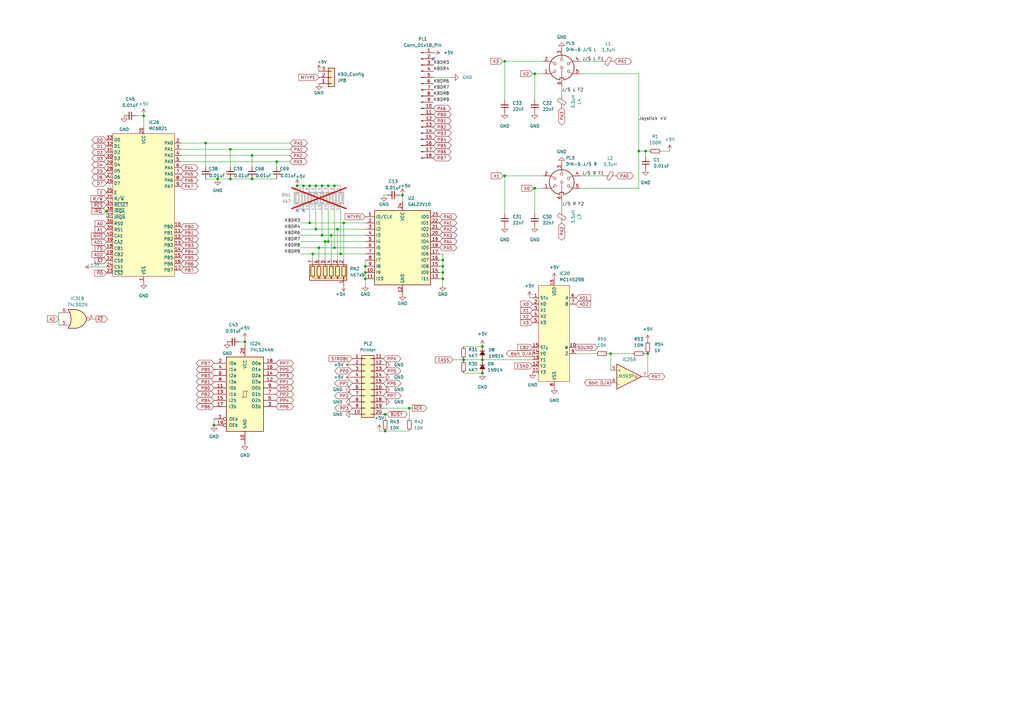
<source format=kicad_sch>
(kicad_sch (version 20250114) (generator "eeschema") (generator_version "9.0")
  (paper "A3")
  (title_block (date "2023-05-25") (rev "3.0") (comment 2 "Reposition dram and buffer"))
  (junction (at 135.89 96.52))
  (junction (at 89.281 73.406))
  (junction (at 132.08 96.52))
  (junction (at 58.928 47.498))
  (junction (at 87.757 174.371))
  (junction (at 94.488 61.214))
  (junction (at 181.61 111.76))
  (junction (at 265.684 145.034))
  (junction (at 140.97 91.44))
  (junction (at 113.538 66.294))
  (junction (at 167.894 167.386))
  (junction (at 139.7 104.14))
  (junction (at 181.61 114.3))
  (junction (at 264.795 61.976))
  (junction (at 190.119 147.574))
  (junction (at 219.329 30.226))
  (junction (at 130.81 101.6))
  (junction (at 124.46 76.2))
  (junction (at 43.688 86.614))
  (junction (at 197.866 153.035))
  (junction (at 207.01 25.146))
  (junction (at 133.35 99.06))
  (junction (at 134.62 76.2))
  (junction (at 137.16 101.6))
  (junction (at 127 91.44))
  (junction (at 157.988 169.926))
  (junction (at 149.86 109.22))
  (junction (at 128.27 104.14))
  (junction (at 181.61 106.68))
  (junction (at 197.866 147.574))
  (junction (at 129.54 76.2))
  (junction (at 103.378 73.406))
  (junction (at 181.61 109.22))
  (junction (at 165.1 80.01))
  (junction (at 197.866 142.113))
  (junction (at 262.001 61.976))
  (junction (at 121.92 76.2))
  (junction (at 103.378 63.754))
  (junction (at 157.988 176.784))
  (junction (at 149.86 114.3))
  (junction (at 132.08 76.2))
  (junction (at 138.43 93.98))
  (junction (at 127 76.2))
  (junction (at 84.328 58.674))
  (junction (at 137.16 76.2))
  (junction (at 100.457 140.208))
  (junction (at 149.86 111.76))
  (junction (at 94.488 73.406))
  (junction (at 219.329 77.216))
  (junction (at 250.444 145.034))
  (junction (at 134.62 99.06))
  (junction (at 207.01 72.136))
  (junction (at 129.54 93.98))
  (no_connect (at 121.92 86.36))
  (no_connect (at 177.8 24.13))
  (no_connect (at 124.46 86.36))
  (wire (pts (xy 103.378 73.406) (xy 113.538 73.406)))
  (wire (pts (xy 133.35 99.06) (xy 134.62 99.06)))
  (wire (pts (xy 190.119 147.193) (xy 190.119 147.574)))
  (wire (pts (xy 190.119 153.035) (xy 197.866 153.035)))
  (wire (pts (xy 163.83 80.01) (xy 165.1 80.01)))
  (wire (pts (xy 132.08 86.36) (xy 132.08 96.52)))
  (wire (pts (xy 264.795 64.262) (xy 264.795 61.976)))
  (wire (pts (xy 140.97 106.68) (xy 140.97 91.44)))
  (wire (pts (xy 138.43 106.68) (xy 138.43 93.98)))
  (wire (pts (xy 180.34 104.14) (xy 181.61 104.14)))
  (wire (pts (xy 74.168 61.214) (xy 94.488 61.214)))
  (wire (pts (xy 129.54 93.98) (xy 138.43 93.98)))
  (wire (pts (xy 87.757 171.831) (xy 87.757 174.371)))
  (wire (pts (xy 264.541 145.034) (xy 265.684 145.034)))
  (wire (pts (xy 157.988 169.926) (xy 157.226 169.926)))
  (wire (pts (xy 137.16 101.6) (xy 149.86 101.6)))
  (wire (pts (xy 185.42 31.75) (xy 177.8 31.75)))
  (wire (pts (xy 190.119 147.574) (xy 190.119 147.955)))
  (wire (pts (xy 206.121 25.146) (xy 207.01 25.146)))
  (wire (pts (xy 264.795 61.976) (xy 266.192 61.976)))
  (wire (pts (xy 218.821 77.216) (xy 219.329 77.216)))
  (wire (pts (xy 130.81 101.6) (xy 137.16 101.6)))
  (wire (pts (xy 137.16 86.36) (xy 137.16 101.6)))
  (wire (pts (xy 133.35 106.68) (xy 133.35 99.06)))
  (wire (pts (xy 127 91.44) (xy 140.97 91.44)))
  (wire (pts (xy 137.16 76.2) (xy 139.7 76.2)))
  (wire (pts (xy 181.61 111.76) (xy 181.61 114.3)))
  (wire (pts (xy 197.866 147.955) (xy 197.866 147.574)))
  (wire (pts (xy 123.19 93.98) (xy 129.54 93.98)))
  (wire (pts (xy 165.1 80.01) (xy 165.1 82.55)))
  (wire (pts (xy 139.7 86.36) (xy 139.7 104.14)))
  (wire (pts (xy 237.998 30.226) (xy 262.001 30.226)))
  (wire (pts (xy 157.988 176.784) (xy 167.894 176.784)))
  (wire (pts (xy 103.378 63.754) (xy 103.378 68.326)))
  (wire (pts (xy 89.281 73.406) (xy 94.488 73.406)))
  (wire (pts (xy 123.19 104.14) (xy 128.27 104.14)))
  (wire (pts (xy 250.444 145.034) (xy 249.428 145.034)))
  (wire (pts (xy 113.538 66.294) (xy 74.168 66.294)))
  (wire (pts (xy 207.01 25.146) (xy 207.01 41.021)))
  (wire (pts (xy 197.866 153.162) (xy 197.866 153.035)))
  (wire (pts (xy 207.01 72.136) (xy 222.758 72.136)))
  (wire (pts (xy 123.19 99.06) (xy 133.35 99.06)))
  (wire (pts (xy 265.684 145.034) (xy 265.684 154.432)))
  (wire (pts (xy 134.62 76.2) (xy 137.16 76.2)))
  (wire (pts (xy 181.61 109.22) (xy 181.61 111.76)))
  (wire (pts (xy 113.538 66.294) (xy 113.538 68.326)))
  (wire (pts (xy 219.329 77.216) (xy 222.758 77.216)))
  (wire (pts (xy 219.329 30.226) (xy 219.329 41.021)))
  (wire (pts (xy 118.872 66.294) (xy 113.538 66.294)))
  (wire (pts (xy 140.97 91.44) (xy 149.86 91.44)))
  (wire (pts (xy 37.7337 109.4686) (xy 43.688 109.474)))
  (wire (pts (xy 259.461 145.034) (xy 250.444 145.034)))
  (wire (pts (xy 58.928 47.498) (xy 58.928 52.324)))
  (wire (pts (xy 180.34 106.68) (xy 181.61 106.68)))
  (wire (pts (xy 207.01 25.146) (xy 222.758 25.146)))
  (wire (pts (xy 167.894 167.386) (xy 167.894 171.704)))
  (wire (pts (xy 207.01 72.136) (xy 207.01 87.63)))
  (wire (pts (xy 94.488 73.406) (xy 103.378 73.406)))
  (wire (pts (xy 56.007 47.498) (xy 58.928 47.498)))
  (wire (pts (xy 74.168 58.674) (xy 84.328 58.674)))
  (wire (pts (xy 58.928 47.244) (xy 58.928 47.498)))
  (wire (pts (xy 149.86 114.3) (xy 149.86 116.84)))
  (wire (pts (xy 123.19 91.44) (xy 127 91.44)))
  (wire (pts (xy 181.61 106.68) (xy 181.61 109.22)))
  (wire (pts (xy 274.701 61.976) (xy 271.272 61.976)))
  (wire (pts (xy 84.328 58.674) (xy 84.328 68.326)))
  (wire (pts (xy 185.801 147.574) (xy 190.119 147.574)))
  (wire (pts (xy 157.988 169.926) (xy 157.988 171.704)))
  (wire (pts (xy 180.34 109.22) (xy 181.61 109.22)))
  (wire (pts (xy 167.894 167.386) (xy 157.226 167.386)))
  (wire (pts (xy 149.86 106.68) (xy 149.86 109.22)))
  (wire (pts (xy 84.328 73.406) (xy 89.281 73.406)))
  (wire (pts (xy 100.457 140.208) (xy 100.457 141.351)))
  (wire (pts (xy 218.44 30.226) (xy 219.329 30.226)))
  (wire (pts (xy 123.19 96.52) (xy 132.08 96.52)))
  (wire (pts (xy 128.27 104.14) (xy 139.7 104.14)))
  (wire (pts (xy 24.13 128.27) (xy 24.13 133.35)))
  (wire (pts (xy 94.488 61.214) (xy 94.488 68.326)))
  (wire (pts (xy 84.328 58.674) (xy 118.999 58.674)))
  (wire (pts (xy 158.623 169.926) (xy 157.988 169.926)))
  (wire (pts (xy 129.54 76.2) (xy 127 76.2)))
  (wire (pts (xy 230.378 39.116) (xy 230.378 35.306)))
  (wire (pts (xy 197.866 147.574) (xy 197.866 147.32)))
  (wire (pts (xy 155.575 176.784) (xy 157.988 176.784)))
  (wire (pts (xy 219.329 77.216) (xy 219.329 87.63)))
  (wire (pts (xy 123.19 101.6) (xy 130.81 101.6)))
  (wire (pts (xy 237.998 77.216) (xy 262.001 77.216)))
  (wire (pts (xy 128.27 104.14) (xy 128.27 106.68)))
  (wire (pts (xy 98.298 140.208) (xy 100.457 140.208)))
  (wire (pts (xy 127 86.36) (xy 127 91.44)))
  (wire (pts (xy 127 76.2) (xy 124.46 76.2)))
  (wire (pts (xy 149.86 109.22) (xy 149.86 111.76)))
  (wire (pts (xy 181.61 114.3) (xy 181.61 116.84)))
  (wire (pts (xy 118.872 63.754) (xy 103.378 63.754)))
  (wire (pts (xy 219.329 30.226) (xy 222.758 30.226)))
  (wire (pts (xy 124.46 76.2) (xy 121.92 76.2)))
  (wire (pts (xy 197.866 142.113) (xy 197.866 142.24)))
  (wire (pts (xy 197.866 147.574) (xy 218.44 147.574)))
  (wire (pts (xy 169.037 167.386) (xy 167.894 167.386)))
  (wire (pts (xy 135.89 96.52) (xy 149.86 96.52)))
  (wire (pts (xy 190.119 147.574) (xy 197.866 147.574)))
  (wire (pts (xy 262.001 30.226) (xy 262.001 61.976)))
  (wire (pts (xy 134.62 99.06) (xy 149.86 99.06)))
  (wire (pts (xy 132.08 76.2) (xy 129.54 76.2)))
  (wire (pts (xy 217.17 122.174) (xy 218.44 122.174)))
  (wire (pts (xy 230.378 86.36) (xy 230.378 82.296)))
  (wire (pts (xy 180.34 114.3) (xy 181.61 114.3)))
  (wire (pts (xy 134.62 76.2) (xy 132.08 76.2)))
  (wire (pts (xy 181.61 104.14) (xy 181.61 106.68)))
  (wire (pts (xy 134.62 86.36) (xy 134.62 99.06)))
  (wire (pts (xy 103.378 63.754) (xy 74.168 63.754)))
  (wire (pts (xy 206.375 72.136) (xy 207.01 72.136)))
  (wire (pts (xy 132.08 96.52) (xy 135.89 96.52)))
  (wire (pts (xy 262.001 77.216) (xy 262.001 61.976)))
  (wire (pts (xy 129.54 86.36) (xy 129.54 93.98)))
  (wire (pts (xy 135.89 106.68) (xy 135.89 96.52)))
  (wire (pts (xy 158.75 80.01) (xy 157.48 80.01)))
  (wire (pts (xy 149.86 111.76) (xy 149.86 114.3)))
  (wire (pts (xy 247.65 72.136) (xy 237.998 72.136)))
  (wire (pts (xy 139.7 104.14) (xy 149.86 104.14)))
  (wire (pts (xy 246.888 25.146) (xy 237.998 25.146)))
  (wire (pts (xy 94.488 61.214) (xy 118.999 61.214)))
  (wire (pts (xy 43.688 86.614) (xy 43.688 89.154)))
  (wire (pts (xy 180.34 111.76) (xy 181.61 111.76)))
  (wire (pts (xy 250.444 145.034) (xy 250.444 151.892)))
  (wire (pts (xy 262.001 61.976) (xy 264.795 61.976)))
  (wire (pts (xy 43.307 86.614) (xy 43.688 86.614)))
  (wire (pts (xy 244.348 145.034) (xy 236.22 145.034)))
  (wire (pts (xy 190.119 142.113) (xy 197.866 142.113)))
  (wire (pts (xy 100.457 139.192) (xy 100.457 140.208)))
  (wire (pts (xy 138.43 93.98) (xy 149.86 93.98)))
  (wire (pts (xy 130.81 106.68) (xy 130.81 101.6)))
  (label "KBDR4" (at 123.19 93.98 180))
  (label "Joystick +V" (at 262.001 49.6061 0))
  (label "KBDR3" (at 177.8 26.67 0))
  (label "KBDR8" (at 123.19 101.6 180))
  (label "KBDR9" (at 123.19 104.14 180))
  (label "KBDR9" (at 177.8 41.91 0))
  (label "J{slash}S R F1" (at 238.5908 72.136 0))
  (label "J{slash}S L F1" (at 238.7635 25.146 0))
  (label "KBDR6" (at 123.19 96.52 180))
  (label "KBDR6" (at 177.8 34.29 0))
  (label "J{slash}S R F2" (at 230.378 84.6696 0))
  (label "KBDR7" (at 177.8 36.83 0))
  (label "J{slash}S L F2" (at 230.378 37.841 0))
  (label "KBDR8" (at 177.8 39.37 0))
  (label "KBDR3" (at 123.19 91.44 180))
  (label "KBDR4" (at 177.8 29.21 0))
  (label "KBDR7" (at 123.19 99.06 180))
  (global_label "MTYPE" (shape input) (at 149.86 88.9 180) (property "Intersheetrefs" "${INTERSHEET_REFS}" (effects (hide yes))))
  (global_label "A2" (shape input) (at 24.13 130.81 180) (property "Intersheetrefs" "${INTERSHEET_REFS}" (effects (hide yes))))
  (global_label "PP4" (shape bidirectional) (at 157.226 147.066 0) (property "Intersheetrefs" "${INTERSHEET_REFS}" (effects (hide yes))))
  (global_label "~{BUSY}" (shape bidirectional) (at 158.623 169.926 0) (property "Intersheetrefs" "${INTERSHEET_REFS}" (effects (hide yes))))
  (global_label "6bit D{slash}A" (shape output) (at 250.444 156.972 180) (property "Intersheetrefs" "${INTERSHEET_REFS}" (effects (hide yes))))
  (global_label "PP7" (shape bidirectional) (at 157.226 162.306 0) (property "Intersheetrefs" "${INTERSHEET_REFS}" (effects (hide yes))))
  (global_label "X1" (shape input) (at 218.44 127.254 180) (property "Intersheetrefs" "${INTERSHEET_REFS}" (effects (hide yes))))
  (global_label "X0" (shape input) (at 218.44 124.714 180) (property "Intersheetrefs" "${INTERSHEET_REFS}" (effects (hide yes))))
  (global_label "PB6" (shape bidirectional) (at 87.757 166.751 180) (property "Intersheetrefs" "${INTERSHEET_REFS}" (effects (hide yes))))
  (global_label "PA0" (shape bidirectional) (at 118.999 58.674 0) (property "Intersheetrefs" "${INTERSHEET_REFS}" (effects (hide yes))))
  (global_label "PA2" (shape bidirectional) (at 230.378 91.44 270) (property "Intersheetrefs" "${INTERSHEET_REFS}" (effects (hide yes))))
  (global_label "D2" (shape bidirectional) (at 43.688 62.484 180) (property "Intersheetrefs" "${INTERSHEET_REFS}" (effects (hide yes))))
  (global_label "PB1" (shape bidirectional) (at 177.8 49.53 0) (property "Intersheetrefs" "${INTERSHEET_REFS}" (effects (hide yes))))
  (global_label "6bit D{slash}A" (shape output) (at 218.44 145.034 180) (property "Intersheetrefs" "${INTERSHEET_REFS}" (effects (hide yes))))
  (global_label "PA3" (shape bidirectional) (at 118.872 66.294 0) (property "Intersheetrefs" "${INTERSHEET_REFS}" (effects (hide yes))))
  (global_label "PA7" (shape bidirectional) (at 265.684 154.432 0) (property "Intersheetrefs" "${INTERSHEET_REFS}" (effects (hide yes))))
  (global_label "CASS" (shape input) (at 185.801 147.574 180) (property "Intersheetrefs" "${INTERSHEET_REFS}" (effects (hide yes))))
  (global_label "D6" (shape bidirectional) (at 43.688 72.644 180) (property "Intersheetrefs" "${INTERSHEET_REFS}" (effects (hide yes))))
  (global_label "PA0" (shape bidirectional) (at 180.34 88.9 0) (property "Intersheetrefs" "${INTERSHEET_REFS}" (effects (hide yes))))
  (global_label "PB6" (shape bidirectional) (at 74.168 108.204 0) (property "Intersheetrefs" "${INTERSHEET_REFS}" (effects (hide yes))))
  (global_label "PB7" (shape bidirectional) (at 177.8 64.77 0) (property "Intersheetrefs" "${INTERSHEET_REFS}" (effects (hide yes))))
  (global_label "R{slash}~{W}" (shape input) (at 43.688 81.534 180) (property "Intersheetrefs" "${INTERSHEET_REFS}" (effects (hide yes))))
  (global_label "PA1" (shape bidirectional) (at 251.968 25.146 0) (property "Intersheetrefs" "${INTERSHEET_REFS}" (effects (hide yes))))
  (global_label "PB3" (shape bidirectional) (at 177.8 54.61 0) (property "Intersheetrefs" "${INTERSHEET_REFS}" (effects (hide yes))))
  (global_label "PB5" (shape bidirectional) (at 177.8 59.69 0) (property "Intersheetrefs" "${INTERSHEET_REFS}" (effects (hide yes))))
  (global_label "ESND" (shape input) (at 218.44 150.114 180) (property "Intersheetrefs" "${INTERSHEET_REFS}" (effects (hide yes))))
  (global_label "X3" (shape input) (at 218.44 132.334 180) (property "Intersheetrefs" "${INTERSHEET_REFS}" (effects (hide yes))))
  (global_label "PB6" (shape bidirectional) (at 177.8 62.23 0) (property "Intersheetrefs" "${INTERSHEET_REFS}" (effects (hide yes))))
  (global_label "X3" (shape input) (at 206.121 25.146 180) (property "Intersheetrefs" "${INTERSHEET_REFS}" (effects (hide yes))))
  (global_label "D1" (shape bidirectional) (at 43.688 59.944 180) (property "Intersheetrefs" "${INTERSHEET_REFS}" (effects (hide yes))))
  (global_label "AD1" (shape input) (at 43.688 99.314 180) (property "Intersheetrefs" "${INTERSHEET_REFS}" (effects (hide yes))))
  (global_label "PA5" (shape bidirectional) (at 180.34 101.6 0) (property "Intersheetrefs" "${INTERSHEET_REFS}" (effects (hide yes))))
  (global_label "X2" (shape input) (at 218.44 30.226 180) (property "Intersheetrefs" "${INTERSHEET_REFS}" (effects (hide yes))))
  (global_label "PP5" (shape bidirectional) (at 113.157 151.511 0) (property "Intersheetrefs" "${INTERSHEET_REFS}" (effects (hide yes))))
  (global_label "PB1" (shape bidirectional) (at 87.757 156.591 180) (property "Intersheetrefs" "${INTERSHEET_REFS}" (effects (hide yes))))
  (global_label "PB4" (shape bidirectional) (at 177.8 57.15 0) (property "Intersheetrefs" "${INTERSHEET_REFS}" (effects (hide yes))))
  (global_label "PB5" (shape bidirectional) (at 74.168 105.664 0) (property "Intersheetrefs" "${INTERSHEET_REFS}" (effects (hide yes))))
  (global_label "PP1" (shape bidirectional) (at 113.157 156.591 0) (property "Intersheetrefs" "${INTERSHEET_REFS}" (effects (hide yes))))
  (global_label "PB2" (shape bidirectional) (at 177.8 52.07 0) (property "Intersheetrefs" "${INTERSHEET_REFS}" (effects (hide yes))))
  (global_label "PB7" (shape bidirectional) (at 74.168 110.744 0) (property "Intersheetrefs" "${INTERSHEET_REFS}" (effects (hide yes))))
  (global_label "E" (shape input) (at 43.688 78.994 180) (property "Intersheetrefs" "${INTERSHEET_REFS}" (effects (hide yes))))
  (global_label "MTYPE" (shape input) (at 130.81 31.75 180) (property "Intersheetrefs" "${INTERSHEET_REFS}" (effects (hide yes))))
  (global_label "PB3" (shape bidirectional) (at 87.757 154.051 180) (property "Intersheetrefs" "${INTERSHEET_REFS}" (effects (hide yes))))
  (global_label "AD2" (shape input) (at 236.22 124.714 0) (property "Intersheetrefs" "${INTERSHEET_REFS}" (effects (hide yes))))
  (global_label "AD2" (shape input) (at 43.688 104.394 180) (property "Intersheetrefs" "${INTERSHEET_REFS}" (effects (hide yes))))
  (global_label "PP3" (shape bidirectional) (at 144.526 167.386 180) (property "Intersheetrefs" "${INTERSHEET_REFS}" (effects (hide yes))))
  (global_label "PB1" (shape bidirectional) (at 74.168 95.504 0) (property "Intersheetrefs" "${INTERSHEET_REFS}" (effects (hide yes))))
  (global_label "~{FS}" (shape input) (at 43.688 101.854 180) (property "Intersheetrefs" "${INTERSHEET_REFS}" (effects (hide yes))))
  (global_label "PP3" (shape bidirectional) (at 113.157 154.051 0) (property "Intersheetrefs" "${INTERSHEET_REFS}" (effects (hide yes))))
  (global_label "PP0" (shape bidirectional) (at 113.157 159.131 0) (property "Intersheetrefs" "${INTERSHEET_REFS}" (effects (hide yes))))
  (global_label "D5" (shape bidirectional) (at 43.688 70.104 180) (property "Intersheetrefs" "${INTERSHEET_REFS}" (effects (hide yes))))
  (global_label "PB3" (shape bidirectional) (at 74.168 100.584 0) (property "Intersheetrefs" "${INTERSHEET_REFS}" (effects (hide yes))))
  (global_label "PA4" (shape bidirectional) (at 180.34 99.06 0) (property "Intersheetrefs" "${INTERSHEET_REFS}" (effects (hide yes))))
  (global_label "PA5" (shape bidirectional) (at 74.168 71.374 0) (property "Intersheetrefs" "${INTERSHEET_REFS}" (effects (hide yes))))
  (global_label "PA3" (shape bidirectional) (at 180.34 96.52 0) (property "Intersheetrefs" "${INTERSHEET_REFS}" (effects (hide yes))))
  (global_label "~{A2}" (shape output) (at 39.37 130.81 0) (property "Intersheetrefs" "${INTERSHEET_REFS}" (effects (hide yes))))
  (global_label "PB2" (shape bidirectional) (at 87.757 161.671 180) (property "Intersheetrefs" "${INTERSHEET_REFS}" (effects (hide yes))))
  (global_label "PP7" (shape bidirectional) (at 113.157 148.971 0) (property "Intersheetrefs" "${INTERSHEET_REFS}" (effects (hide yes))))
  (global_label "PA1" (shape bidirectional) (at 180.34 91.44 0) (property "Intersheetrefs" "${INTERSHEET_REFS}" (effects (hide yes))))
  (global_label "PP2" (shape bidirectional) (at 113.157 161.671 0) (property "Intersheetrefs" "${INTERSHEET_REFS}" (effects (hide yes))))
  (global_label "PA6" (shape bidirectional) (at 74.168 73.914 0) (property "Intersheetrefs" "${INTERSHEET_REFS}" (effects (hide yes))))
  (global_label "~{A2}" (shape input) (at 43.688 106.934 180) (property "Intersheetrefs" "${INTERSHEET_REFS}" (effects (hide yes))))
  (global_label "PA1" (shape bidirectional) (at 118.999 61.214 0) (property "Intersheetrefs" "${INTERSHEET_REFS}" (effects (hide yes))))
  (global_label "SOUND" (shape output) (at 236.22 142.494 0) (property "Intersheetrefs" "${INTERSHEET_REFS}" (effects (hide yes))))
  (global_label "PA2" (shape bidirectional) (at 180.34 93.98 0) (property "Intersheetrefs" "${INTERSHEET_REFS}" (effects (hide yes))))
  (global_label "A0" (shape input) (at 43.688 91.694 180) (property "Intersheetrefs" "${INTERSHEET_REFS}" (effects (hide yes))))
  (global_label "PB7" (shape bidirectional) (at 87.757 148.971 180) (property "Intersheetrefs" "${INTERSHEET_REFS}" (effects (hide yes))))
  (global_label "~{IRQ}" (shape input) (at 43.307 86.614 180) (property "Intersheetrefs" "${INTERSHEET_REFS}" (effects (hide yes))))
  (global_label "PP5" (shape bidirectional) (at 157.226 152.146 0) (property "Intersheetrefs" "${INTERSHEET_REFS}" (effects (hide yes))))
  (global_label "PB2" (shape bidirectional) (at 74.168 98.044 0) (property "Intersheetrefs" "${INTERSHEET_REFS}" (effects (hide yes))))
  (global_label "PP1" (shape bidirectional) (at 144.526 157.226 180) (property "Intersheetrefs" "${INTERSHEET_REFS}" (effects (hide yes))))
  (global_label "PP0" (shape bidirectional) (at 144.526 152.146 180) (property "Intersheetrefs" "${INTERSHEET_REFS}" (effects (hide yes))))
  (global_label "PP6" (shape bidirectional) (at 157.226 157.226 0) (property "Intersheetrefs" "${INTERSHEET_REFS}" (effects (hide yes))))
  (global_label "PB4" (shape bidirectional) (at 87.757 164.211 180) (property "Intersheetrefs" "${INTERSHEET_REFS}" (effects (hide yes))))
  (global_label "PA0" (shape bidirectional) (at 252.73 72.136 0) (property "Intersheetrefs" "${INTERSHEET_REFS}" (effects (hide yes))))
  (global_label "PB5" (shape bidirectional) (at 87.757 151.511 180) (property "Intersheetrefs" "${INTERSHEET_REFS}" (effects (hide yes))))
  (global_label "PA7" (shape bidirectional) (at 74.168 76.454 0) (property "Intersheetrefs" "${INTERSHEET_REFS}" (effects (hide yes))))
  (global_label "~{NHS}" (shape input) (at 43.688 96.774 180) (property "Intersheetrefs" "${INTERSHEET_REFS}" (effects (hide yes))))
  (global_label "PA4" (shape bidirectional) (at 74.168 68.834 0) (property "Intersheetrefs" "${INTERSHEET_REFS}" (effects (hide yes))))
  (global_label "PP2" (shape bidirectional) (at 144.526 162.306 180) (property "Intersheetrefs" "${INTERSHEET_REFS}" (effects (hide yes))))
  (global_label "STROBE" (shape input) (at 144.526 147.066 180) (property "Intersheetrefs" "${INTERSHEET_REFS}" (effects (hide yes))))
  (global_label "PA6" (shape bidirectional) (at 177.8 44.45 0) (property "Intersheetrefs" "${INTERSHEET_REFS}" (effects (hide yes))))
  (global_label "PP6" (shape bidirectional) (at 113.157 166.751 0) (property "Intersheetrefs" "${INTERSHEET_REFS}" (effects (hide yes))))
  (global_label "PA2" (shape bidirectional) (at 118.872 63.754 0) (property "Intersheetrefs" "${INTERSHEET_REFS}" (effects (hide yes))))
  (global_label "PB0" (shape bidirectional) (at 177.8 46.99 0) (property "Intersheetrefs" "${INTERSHEET_REFS}" (effects (hide yes))))
  (global_label "X2" (shape input) (at 218.44 129.794 180) (property "Intersheetrefs" "${INTERSHEET_REFS}" (effects (hide yes))))
  (global_label "PB0" (shape bidirectional) (at 74.168 92.964 0) (property "Intersheetrefs" "${INTERSHEET_REFS}" (effects (hide yes))))
  (global_label "PB0" (shape bidirectional) (at 87.757 159.131 180) (property "Intersheetrefs" "${INTERSHEET_REFS}" (effects (hide yes))))
  (global_label "PA3" (shape bidirectional) (at 230.378 44.196 270) (property "Intersheetrefs" "${INTERSHEET_REFS}" (effects (hide yes))))
  (global_label "CB2" (shape input) (at 218.44 142.494 180) (property "Intersheetrefs" "${INTERSHEET_REFS}" (effects (hide yes))))
  (global_label "X0" (shape input) (at 218.821 77.216 180) (property "Intersheetrefs" "${INTERSHEET_REFS}" (effects (hide yes))))
  (global_label "A1" (shape input) (at 43.688 94.234 180) (property "Intersheetrefs" "${INTERSHEET_REFS}" (effects (hide yes))))
  (global_label "D3" (shape bidirectional) (at 43.688 65.024 180) (property "Intersheetrefs" "${INTERSHEET_REFS}" (effects (hide yes))))
  (global_label "PB4" (shape bidirectional) (at 74.168 103.124 0) (property "Intersheetrefs" "${INTERSHEET_REFS}" (effects (hide yes))))
  (global_label "~{ACK}" (shape output) (at 169.037 167.386 0) (property "Intersheetrefs" "${INTERSHEET_REFS}" (effects (hide yes))))
  (global_label "D4" (shape bidirectional) (at 43.688 67.564 180) (property "Intersheetrefs" "${INTERSHEET_REFS}" (effects (hide yes))))
  (global_label "~{RES}" (shape input) (at 43.688 84.074 180) (property "Intersheetrefs" "${INTERSHEET_REFS}" (effects (hide yes))))
  (global_label "~{P0}" (shape input) (at 43.688 112.014 180) (property "Intersheetrefs" "${INTERSHEET_REFS}" (effects (hide yes))))
  (global_label "AD1" (shape input) (at 236.22 122.174 0) (property "Intersheetrefs" "${INTERSHEET_REFS}" (effects (hide yes))))
  (global_label "D7" (shape bidirectional) (at 43.688 75.184 180) (property "Intersheetrefs" "${INTERSHEET_REFS}" (effects (hide yes))))
  (global_label "X1" (shape input) (at 206.375 72.136 180) (property "Intersheetrefs" "${INTERSHEET_REFS}" (effects (hide yes))))
  (global_label "PP4" (shape bidirectional) (at 113.157 164.211 0) (property "Intersheetrefs" "${INTERSHEET_REFS}" (effects (hide yes))))
  (global_label "D0" (shape bidirectional) (at 43.688 57.404 180) (property "Intersheetrefs" "${INTERSHEET_REFS}" (effects (hide yes))))
  (symbol (lib_id "Motorola PIA:MC6821") (at 58.928 85.344 0) (unit 1)
    (property "Reference" "IC26" (at 60.9474 50.165 0) (effects (justify left)))
    (property "Value" "MC6821" (at 60.9474 52.705 0) (effects (justify left)))
    (property "Footprint" "Package_DIP:DIP-40_W15.24mm" (effects (hide yes)))
    (property "DigiKey" "2156-MC6821CS-2156-ND" (effects (hide yes)))
    (property "Note" "donor is preferable" (effects (hide yes)))
  )
  (symbol (lib_id "power:GND") (at 93.218 140.208 0) (unit 1)
    (property "Reference" "#PWR0197" (effects (hide yes)))
    (property "Value" "GND" (at 93.218 144.907 0))
  )
  (symbol (lib_id "vdg:GAL22V10") (at 165.1 101.6 0) (unit 1)
    (property "Reference" "U2" (at 167.2433 81.28 0) (effects (justify left)))
    (property "Value" "GAL22V10" (at 167.2433 83.82 0) (effects (justify left)))
    (property "Footprint" "Package_DIP:DIP-24_W7.62mm" (effects (hide yes)))
  )
  (symbol (lib_id "power:+5V") (at 140.97 116.84 180) (unit 1)
    (property "Reference" "#PWR083" (effects (hide yes)))
    (property "Value" "+5V" (at 139.7 120.65 0))
  )
  (symbol (lib_id "Device:R_Small") (at 190.119 144.653 180) (unit 1)
    (property "Reference" "R31" (at 192.024 143.3829 0) (effects (justify right)))
    (property "Value" "4K7" (at 192.024 145.9229 0) (effects (justify right)))
    (property "Footprint" "Resistor_THT:R_Axial_DIN0207_L6.3mm_D2.5mm_P2.54mm_Vertical" (effects (hide yes)))
    (property "DigiKey" "CF14JT4K70CT-ND" (effects (hide yes)))
  )
  (symbol (lib_id "Device:D_Small_Filled") (at 197.866 144.78 270) (unit 1)
    (property "Reference" "D8" (at 200.279 143.5099 90) (effects (justify left)))
    (property "Value" "1N914" (at 200.279 146.0499 90) (effects (justify left)))
    (property "Footprint" "Diode_THT:D_DO-35_SOD27_P7.62mm_Horizontal" (effects (hide yes)))
    (property "Datasheet" "http://www.vishay.com/docs/85622/1n914.pdf" (effects (hide yes)))
    (property "DigiKey" "1N914FS-ND" (effects (hide yes)))
  )
  (symbol (lib_id "power:+5V") (at 165.1 80.01 0) (unit 1)
    (property "Reference" "#PWR069" (effects (hide yes)))
    (property "Value" "+5V" (at 166.37 76.2 0))
  )
  (symbol (lib_id "Device:R_Small") (at 246.888 145.034 270) (unit 1)
    (property "Reference" "R55" (at 246.888 139.065 90))
    (property "Value" "10K" (at 246.888 141.605 90))
    (property "Footprint" "Resistor_THT:R_Axial_DIN0207_L6.3mm_D2.5mm_P10.16mm_Horizontal" (effects (hide yes)))
    (property "DigiKey" "CF14JT10K0CT-ND" (effects (hide yes)))
  )
  (symbol (lib_id "power:+5V") (at 58.928 47.244 0) (unit 1)
    (property "Reference" "#PWR0185" (effects (hide yes)))
    (property "Value" "+5V" (at 58.928 42.545 0))
  )
  (symbol (lib_id "Device:R_Small") (at 190.119 150.495 180) (unit 1)
    (property "Reference" "R30" (at 192.024 149.2249 0) (effects (justify right)))
    (property "Value" "4K7" (at 192.024 151.7649 0) (effects (justify right)))
    (property "Footprint" "Resistor_THT:R_Axial_DIN0207_L6.3mm_D2.5mm_P2.54mm_Vertical" (effects (hide yes)))
    (property "DigiKey" "CF14JT4K70CT-ND" (effects (hide yes)))
  )
  (symbol (lib_id "power:+5V") (at 155.575 176.784 0) (unit 1)
    (property "Reference" "#PWR0208" (effects (hide yes)))
    (property "Value" "+5V" (at 155.575 171.45 0))
  )
  (symbol (lib_id "power:GND") (at 149.86 116.84 0) (unit 1)
    (property "Reference" "#PWR080" (effects (hide yes)))
    (property "Value" "GND" (at 149.86 120.65 0))
  )
  (symbol (lib_id "Device:C_Small") (at 161.29 80.01 270) (unit 1)
    (property "Reference" "C13" (at 161.29 74.422 90))
    (property "Value" "0.01uF" (at 161.29 76.962 90))
    (property "Footprint" "Capacitor_THT:C_Disc_D4.3mm_W1.9mm_P5.00mm" (effects (hide yes)))
    (property "Datasheet" "https://www.vishay.com/docs/45171/kseries.pdf" (effects (hide yes)))
    (property "DigiKey" "BC2662CT-ND" (effects (hide yes)))
  )
  (symbol (lib_id "power:+5V") (at 217.17 122.174 0) (unit 1)
    (property "Reference" "#PWR0209" (effects (hide yes)))
    (property "Value" "+5V" (at 217.17 117.221 0))
  )
  (symbol (lib_id "power:+5V") (at 265.684 139.954 0) (unit 1)
    (property "Reference" "#PWR0190" (effects (hide yes)))
    (property "Value" "+5V" (at 265.684 135.001 0))
  )
  (symbol (lib_id "power:GND") (at 230.378 67.056 180) (unit 1)
    (property "Reference" "#PWR0215" (effects (hide yes)))
    (property "Value" "GND" (at 230.378 62.23 0))
  )
  (symbol (lib_id "power:GND") (at 130.81 34.29 0) (unit 1)
    (property "Reference" "#PWR066" (effects (hide yes)))
    (property "Value" "GND" (at 130.81 38.1 0))
  )
  (symbol (lib_id "power:GND") (at 50.927 47.498 0) (unit 1)
    (property "Reference" "#PWR0186" (effects (hide yes)))
    (property "Value" "GND" (at 50.927 53.086 0))
  )
  (symbol (lib_id "Device:C_Small") (at 264.795 66.802 180) (unit 1)
    (property "Reference" "C1" (at 267.97 65.5255 0) (effects (justify right)))
    (property "Value" "0.01uF" (at 267.97 68.0655 0) (effects (justify right)))
    (property "Footprint" "Capacitor_THT:C_Disc_D4.3mm_W1.9mm_P5.00mm" (effects (hide yes)))
    (property "Datasheet" "https://www.vishay.com/docs/45171/kseries.pdf" (effects (hide yes)))
    (property "DigiKey" "BC2662CT-ND" (effects (hide yes)))
  )
  (symbol (lib_id "power:GND") (at 227.33 159.004 0) (unit 1)
    (property "Reference" "#PWR0191" (effects (hide yes)))
    (property "Value" "GND" (at 227.33 164.211 0))
  )
  (symbol (lib_id "power:GND") (at 157.226 154.686 90) (mirror x) (unit 1)
    (property "Reference" "#PWR0200" (effects (hide yes)))
    (property "Value" "GND" (at 161.544 154.6859 90) (effects (justify right)))
  )
  (symbol (lib_id "Device:R_Network06") (at 133.35 111.76 180) (unit 1)
    (property "Reference" "RN2" (at 143.51 110.2359 0) (effects (justify right)))
    (property "Value" "4K7x6" (at 143.51 112.7759 0) (effects (justify right)))
    (property "Footprint" "Resistor_THT:R_Array_SIP7" (effects (hide yes)))
    (property "Datasheet" "http://www.vishay.com/docs/31509/csc.pdf" (effects (hide yes)))
    (property "Description" "6 resistor network, star topology, bussed resistors, small symbol" (effects (hide yes)))
    (property "LCSC" "C39096" (effects (hide yes)))
  )
  (symbol (lib_id "power:+5V") (at 227.33 114.554 0) (unit 1)
    (property "Reference" "#PWR0210" (effects (hide yes)))
    (property "Value" "+5V" (at 227.33 109.601 0))
  )
  (symbol (lib_id "power:GND") (at 219.329 46.101 0) (unit 1)
    (property "Reference" "#PWR0214" (effects (hide yes)))
    (property "Value" "GND" (at 219.329 51.689 0))
  )
  (symbol (lib_id "Device:C_Small") (at 113.538 70.866 180) (unit 1)
    (property "Reference" "C69" (at 114.681 69.215 0) (effects (justify right)))
    (property "Value" "0.01uF" (at 114.935 72.009 0) (effects (justify right)))
    (property "Footprint" "Capacitor_THT:C_Disc_D4.3mm_W1.9mm_P5.00mm" (effects (hide yes)))
    (property "Datasheet" "https://www.vishay.com/docs/45171/kseries.pdf" (effects (hide yes)))
    (property "DigiKey" "BC1101CT-ND" (effects (hide yes)))
  )
  (symbol (lib_id "power:GND") (at 157.226 149.606 90) (mirror x) (unit 1)
    (property "Reference" "#PWR0201" (effects (hide yes)))
    (property "Value" "GND" (at 161.544 149.6059 90) (effects (justify right)))
  )
  (symbol (lib_id "Connector:DIN-6") (at 230.378 27.686 0) (unit 1)
    (property "Reference" "PL5" (at 232.0291 17.78 0) (effects (justify left)))
    (property "Value" "DIN-6 J/S L" (at 232.0291 20.32 0) (effects (justify left)))
    (property "Footprint" "Dragon:DIN-6_DELTRON_671-0601_Horizontal" (effects (hide yes)))
    (property "Datasheet" "https://www.dem-uk.com/deltron-components/Data/Product_Downloads/deltron-671-0501-5-way-din-socket-data.pdf" (effects (hide yes)))
    (property "Note" "RS Components" (effects (hide yes)))
  )
  (symbol (lib_id "power:GND") (at 144.526 169.926 270) (unit 1)
    (property "Reference" "#PWR0204" (effects (hide yes)))
    (property "Value" "GND" (at 140.589 169.9259 90) (effects (justify right)))
  )
  (symbol (lib_id "power:GND") (at 100.457 181.991 0) (unit 1)
    (property "Reference" "#PWR0196" (effects (hide yes)))
    (property "Value" "GND" (at 100.457 186.69 0))
  )
  (symbol (lib_id "PCM_Resistor_AKL:R_8x0602_Convex") (at 129.54 81.28 180) (unit 1) (dnp yes)
    (property "Reference" "RN1" (at 119.38 80.0099 0) (effects (justify left)))
    (property "Value" "4k7" (at 119.38 82.5499 0) (effects (justify left)))
    (property "Footprint" "PCM_Resistor_SMD_AKL:R_Array_Convex_8x0602" (effects (hide yes)))
    (property "Description" "8x0602 SMD Resistor Network, Isolated, European Symbol, Alternate KiCad Library" (effects (hide yes)))
    (property "DigiKey" "Y1472CT-ND" (effects (hide yes)))
    (property "LCSC" "C713463" (effects (hide yes)))
  )
  (symbol (lib_id "power:+5V") (at 37.7337 109.4686 90) (unit 1)
    (property "Reference" "#PWR0187" (effects (hide yes)))
    (property "Value" "+5V" (at 36.8447 108.3256 90) (effects (justify right)))
  )
  (symbol (lib_id "power:+5V") (at 274.701 61.976 0) (unit 1)
    (property "Reference" "#PWR0216" (effects (hide yes)))
    (property "Value" "+5V" (at 274.701 57.15 0))
  )
  (symbol (lib_id "power:GND") (at 207.01 92.71 0) (unit 1)
    (property "Reference" "#PWR0211" (effects (hide yes)))
    (property "Value" "GND" (at 207.01 98.298 0))
  )
  (symbol (lib_id "74xx:74LS244") (at 100.457 161.671 0) (unit 1)
    (property "Reference" "IC24" (at 102.4764 140.97 0) (effects (justify left)))
    (property "Value" "74LS244N" (at 102.4764 143.51 0) (effects (justify left)))
    (property "Footprint" "Package_DIP:DIP-20_W7.62mm" (effects (hide yes)))
    (property "Datasheet" "http://www.ti.com/lit/ds/symlink/sn74ls244.pdf" (effects (hide yes)))
    (property "DigiKey" "296-1653-5-ND" (effects (hide yes)))
    (property "LCSC" "C22374098" (effects (hide yes)))
  )
  (symbol (lib_id "power:GND") (at 157.226 164.846 90) (mirror x) (unit 1)
    (property "Reference" "#PWR0199" (effects (hide yes)))
    (property "Value" "GND" (at 161.544 164.8459 90) (effects (justify right)))
  )
  (symbol (lib_id "power:+5V") (at 130.81 29.21 0) (unit 1)
    (property "Reference" "#PWR067" (effects (hide yes)))
    (property "Value" "+5V" (at 132.08 25.4 0))
  )
  (symbol (lib_id "power:GND") (at 157.48 80.01 0) (unit 1)
    (property "Reference" "#PWR068" (effects (hide yes)))
    (property "Value" "GND" (at 157.48 83.82 0))
  )
  (symbol (lib_id "74xx:74LS02") (at 31.75 130.81 0) (mirror x) (unit 2)
    (property "Reference" "IC31" (at 31.75 122.428 0))
    (property "Value" "74LS02N" (at 31.75 124.968 0))
    (property "Footprint" "Package_DIP:DIP-14_W7.62mm" (effects (hide yes)))
    (property "Datasheet" "http://www.ti.com/lit/gpn/sn74ls02" (effects (hide yes)))
    (property "DigiKey" "296-1627-5-ND" (effects (hide yes)))
    (property "LCSC" "C22374091" (effects (hide yes)))
  )
  (symbol (lib_id "Device:R_Small") (at 262.001 145.034 270) (unit 1)
    (property "Reference" "R53" (at 262.001 139.065 90))
    (property "Value" "10M" (at 262.001 141.605 90))
    (property "Footprint" "Resistor_THT:R_Axial_DIN0207_L6.3mm_D2.5mm_P10.16mm_Horizontal" (effects (hide yes)))
    (property "DigiKey" "CF14JT10M0CT-ND" (effects (hide yes)))
  )
  (symbol (lib_id "Device:C_Small") (at 84.328 70.866 180) (unit 1)
    (property "Reference" "C38" (at 85.471 69.215 0) (effects (justify right)))
    (property "Value" "0.01uF" (at 85.725 72.009 0) (effects (justify right)))
    (property "Footprint" "Capacitor_THT:C_Disc_D4.3mm_W1.9mm_P5.00mm" (effects (hide yes)))
    (property "Datasheet" "https://www.vishay.com/docs/45171/kseries.pdf" (effects (hide yes)))
    (property "DigiKey" "BC1101CT-ND" (effects (hide yes)))
  )
  (symbol (lib_id "Connector:DIN-6") (at 230.378 74.676 0) (unit 1)
    (property "Reference" "PL3" (at 232.0291 64.77 0) (effects (justify left)))
    (property "Value" "DIN-6 J/S R" (at 232.0291 67.31 0) (effects (justify left)))
    (property "Footprint" "Dragon:DIN-6_DELTRON_671-0601_Horizontal" (effects (hide yes)))
    (property "Datasheet" "https://www.dem-uk.com/deltron-components/Data/Product_Downloads/deltron-671-0501-5-way-din-socket-data.pdf" (effects (hide yes)))
    (property "Note" "RS Components" (effects (hide yes)))
  )
  (symbol (lib_id "Device:C_Small") (at 53.467 47.498 270) (unit 1)
    (property "Reference" "C45" (at 53.4606 40.64 90))
    (property "Value" "0.01uF" (at 53.4606 43.18 90))
    (property "Footprint" "Capacitor_THT:C_Disc_D4.3mm_W1.9mm_P5.00mm" (effects (hide yes)))
    (property "Datasheet" "https://www.vishay.com/docs/45171/kseries.pdf" (effects (hide yes)))
    (property "DigiKey" "BC2662CT-ND" (effects (hide yes)))
  )
  (symbol (lib_id "power:+5V") (at 121.92 76.2 0) (unit 1)
    (property "Reference" "#PWR079" (effects (hide yes)))
    (property "Value" "+5V" (at 123.19 72.39 0))
  )
  (symbol (lib_id "power:GND") (at 264.795 69.342 0) (unit 1)
    (property "Reference" "#PWR0217" (effects (hide yes)))
    (property "Value" "GND" (at 264.795 74.93 0))
  )
  (symbol (lib_id "Device:D_Small_Filled") (at 197.866 150.495 270) (unit 1)
    (property "Reference" "D9" (at 199.898 149.2249 90) (effects (justify left)))
    (property "Value" "1N914" (at 199.898 151.7649 90) (effects (justify left)))
    (property "Footprint" "Diode_THT:D_DO-35_SOD27_P7.62mm_Horizontal" (effects (hide yes)))
    (property "Datasheet" "http://www.vishay.com/docs/85622/1n914.pdf" (effects (hide yes)))
    (property "DigiKey" "1N914FS-ND" (effects (hide yes)))
  )
  (symbol (lib_id "Motorola PIA:MC14529B") (at 227.33 137.414 0) (unit 1)
    (property "Reference" "IC20" (at 229.3494 112.141 0) (effects (justify left)))
    (property "Value" "MC14529B" (at 229.3494 114.681 0) (effects (justify left)))
    (property "Footprint" "Package_DIP:DIP-16_W7.62mm" (effects (hide yes)))
    (property "DigiKey" "CD4529BCN-ND" (effects (hide yes)))
    (property "Note" "obsolete, use donor" (effects (hide yes)))
  )
  (symbol (lib_id "power:GND") (at 219.329 92.71 0) (unit 1)
    (property "Reference" "#PWR0212" (effects (hide yes)))
    (property "Value" "GND" (at 219.329 98.298 0))
  )
  (symbol (lib_id "power:GND") (at 218.44 152.654 0) (unit 1)
    (property "Reference" "#PWR0192" (effects (hide yes)))
    (property "Value" "GND" (at 218.44 157.861 0))
  )
  (symbol (lib_id "power:GND") (at 230.378 20.066 180) (unit 1)
    (property "Reference" "#PWR0218" (effects (hide yes)))
    (property "Value" "GND" (at 230.378 15.24 0))
  )
  (symbol (lib_id "Device:R_Small") (at 167.894 174.244 180) (unit 1)
    (property "Reference" "R42" (at 169.799 172.9739 0) (effects (justify right)))
    (property "Value" "10K" (at 169.799 175.5139 0) (effects (justify right)))
    (property "Footprint" "Resistor_THT:R_Axial_DIN0207_L6.3mm_D2.5mm_P10.16mm_Horizontal" (effects (hide yes)))
    (property "DigiKey" "CF14JT10K0CT-ND" (effects (hide yes)))
  )
  (symbol (lib_id "power:+5V") (at 177.8 21.59 270) (unit 1)
    (property "Reference" "#PWR016" (effects (hide yes)))
    (property "Value" "+5V" (at 181.864 21.59 90) (effects (justify left)))
  )
  (symbol (lib_id "power:+5V") (at 144.526 154.686 90) (unit 1)
    (property "Reference" "#PWR0206" (effects (hide yes)))
    (property "Value" "+5V" (at 140.97 154.6859 90) (effects (justify left)))
  )
  (symbol (lib_id "power:GND") (at 207.01 46.101 0) (unit 1)
    (property "Reference" "#PWR0213" (effects (hide yes)))
    (property "Value" "GND" (at 207.01 51.689 0))
  )
  (symbol (lib_id "Device:R_Small") (at 268.732 61.976 270) (unit 1)
    (property "Reference" "R1" (at 268.732 56.007 90))
    (property "Value" "100R" (at 268.732 58.547 90))
    (property "Footprint" "Resistor_THT:R_Axial_DIN0207_L6.3mm_D2.5mm_P10.16mm_Horizontal" (effects (hide yes)))
    (property "DigiKey" "CF14JT100RCT-ND" (effects (hide yes)))
  )
  (symbol (lib_id "Device:C_Small") (at 219.329 43.561 180) (unit 1)
    (property "Reference" "C32" (at 222.504 42.2845 0) (effects (justify right)))
    (property "Value" "22nF" (at 222.504 44.8245 0) (effects (justify right)))
    (property "Footprint" "PCM_Capacitor_SMD_AKL:C_0805_2012Metric_Pad1.18x1.45mm_HandSolder" (effects (hide yes)))
    (property "Datasheet" "https://www.vishay.com/docs/45171/kseries.pdf" (effects (hide yes)))
    (property "LCSC" "C1729" (effects (hide yes)))
  )
  (symbol (lib_id "power:GND") (at 89.281 73.406 0) (unit 1)
    (property "Reference" "#PWR0194" (effects (hide yes)))
    (property "Value" "GND" (at 89.281 78.105 0))
  )
  (symbol (lib_id "power:GND") (at 181.61 116.84 0) (unit 1)
    (property "Reference" "#PWR073" (effects (hide yes)))
    (property "Value" "GND" (at 181.61 120.65 0))
  )
  (symbol (lib_id "Device:FerriteBead_Small") (at 250.19 72.136 270) (unit 1)
    (property "Reference" "L2" (at 250.2281 64.897 90))
    (property "Value" "3.3uH" (at 250.2281 67.437 90))
    (property "Footprint" "Inductor_THT:L_Axial_L7.0mm_D3.3mm_P5.08mm_Vertical_Fastron_MICC" (effects (hide yes)))
    (property "DigiKey" "495-5561-1-ND" (effects (hide yes)))
  )
  (symbol (lib_id "power:GND") (at 144.526 159.766 270) (unit 1)
    (property "Reference" "#PWR0205" (effects (hide yes)))
    (property "Value" "GND" (at 140.589 159.7659 90) (effects (justify right)))
  )
  (symbol (lib_id "Device:C_Small") (at 103.378 70.866 180) (unit 1)
    (property "Reference" "C68" (at 104.521 69.215 0) (effects (justify right)))
    (property "Value" "0.01uF" (at 104.775 72.009 0) (effects (justify right)))
    (property "Footprint" "Capacitor_THT:C_Disc_D4.3mm_W1.9mm_P5.00mm" (effects (hide yes)))
    (property "Datasheet" "https://www.vishay.com/docs/45171/kseries.pdf" (effects (hide yes)))
    (property "DigiKey" "BC1101CT-ND" (effects (hide yes)))
  )
  (symbol (lib_id "power:GND") (at 157.226 159.766 90) (mirror x) (unit 1)
    (property "Reference" "#PWR0202" (effects (hide yes)))
    (property "Value" "GND" (at 161.544 159.7659 90) (effects (justify right)))
  )
  (symbol (lib_id "Device:C_Small") (at 95.758 140.208 270) (unit 1)
    (property "Reference" "C43" (at 95.7516 133.223 90))
    (property "Value" "0.01uF" (at 95.7516 135.763 90))
    (property "Footprint" "Capacitor_THT:C_Disc_D4.3mm_W1.9mm_P5.00mm" (effects (hide yes)))
    (property "Datasheet" "https://www.vishay.com/docs/45171/kseries.pdf" (effects (hide yes)))
    (property "DigiKey" "BC2662CT-ND" (effects (hide yes)))
  )
  (symbol (lib_id "power:+5V") (at 197.866 142.113 0) (unit 1)
    (property "Reference" "#PWR0189" (effects (hide yes)))
    (property "Value" "+5V" (at 197.866 136.906 0))
  )
  (symbol (lib_id "power:GND") (at 165.1 120.65 0) (unit 1)
    (property "Reference" "#PWR070" (effects (hide yes)))
    (property "Value" "GND" (at 165.1 124.46 0))
  )
  (symbol (lib_id "Connector_Generic:Conn_02x10_Top_Bottom") (at 149.606 157.226 0) (unit 1)
    (property "Reference" "PL2" (at 150.876 140.97 0))
    (property "Value" "Printer" (at 150.876 143.51 0))
    (property "Footprint" "Connector_IDC:IDC-Header_2x10-1MP_P2.54mm_Latch_Horizontal" (effects (hide yes)))
    (property "Datasheet" "https://media.digikey.com/pdf/Data%20Sheets/CW%20Industries%20PDFs/CWN-300%20Ordering.pdf" (effects (hide yes)))
    (property "DigiKey" "CHR20G-ND" (effects (hide yes)))
    (property "Note" "or 1195-1707-ND with latches" (effects (hide yes)))
  )
  (symbol (lib_id "power:GND") (at 144.526 164.846 270) (unit 1)
    (property "Reference" "#PWR0203" (effects (hide yes)))
    (property "Value" "GND" (at 140.589 164.8459 90) (effects (justify right)))
  )
  (symbol (lib_id "Device:C_Small") (at 207.01 90.17 180) (unit 1)
    (property "Reference" "C31" (at 210.185 88.8935 0) (effects (justify right)))
    (property "Value" "22nF" (at 210.185 91.4335 0) (effects (justify right)))
    (property "Footprint" "PCM_Capacitor_SMD_AKL:C_0805_2012Metric_Pad1.18x1.45mm_HandSolder" (effects (hide yes)))
    (property "Datasheet" "https://www.vishay.com/docs/45171/kseries.pdf" (effects (hide yes)))
    (property "LCSC" "C1729" (effects (hide yes)))
  )
  (symbol (lib_id "power:GND") (at 87.757 174.371 0) (unit 1)
    (property "Reference" "#PWR0195" (effects (hide yes)))
    (property "Value" "GND" (at 87.757 179.07 0))
  )
  (symbol (lib_id "Comparator:LM393") (at 258.064 154.432 0) (unit 2)
    (property "Reference" "IC25" (at 258.064 147.447 0))
    (property "Value" "LM393P" (at 256.413 154.305 0))
    (property "Footprint" "Package_DIP:DIP-8_W7.62mm" (effects (hide yes)))
    (property "Datasheet" "http://www.ti.com/lit/ds/symlink/lm393.pdf" (effects (hide yes)))
    (property "DigiKey" "296-1398-5-ND" (effects (hide yes)))
    (property "LCSC" "C5209" (effects (hide yes)))
  )
  (symbol (lib_id "power:GND") (at 197.866 153.162 0) (unit 1)
    (property "Reference" "#PWR0193" (effects (hide yes)))
    (property "Value" "GND" (at 197.866 158.75 0))
  )
  (symbol (lib_id "Connector_Generic:Conn_01x03") (at 135.89 31.75 0) (mirror x) (unit 1)
    (property "Reference" "JP8" (at 138.43 33.0201 0) (effects (justify left)))
    (property "Value" "KBD_Config" (at 138.43 30.4801 0) (effects (justify left)))
    (property "Footprint" "Connector_PinHeader_2.54mm:PinHeader_1x03_P2.54mm_Vertical" (effects (hide yes)))
    (property "Description" "Generic connector, single row, 01x03, script generated (kicad-library-utils/schlib/autogen/connector/)" (effects (hide yes)))
  )
  (symbol (lib_id "Connector:Conn_01x18_Pin") (at 172.72 41.91 0) (unit 1)
    (property "Reference" "PL1" (at 173.355 16.002 0))
    (property "Value" "Conn_01x18_Pin" (at 173.355 18.542 0))
    (property "Footprint" "Connector_PinHeader_2.54mm:PinHeader_1x18_P2.54mm_Vertical" (effects (hide yes)))
  )
  (symbol (lib_id "power:+5V") (at 100.457 139.192 0) (unit 1)
    (property "Reference" "#PWR0198" (effects (hide yes)))
    (property "Value" "+5V" (at 100.457 134.493 0))
  )
  (symbol (lib_id "Device:R_Small") (at 157.988 174.244 180) (unit 1)
    (property "Reference" "R43" (at 159.893 172.9739 0) (effects (justify right)))
    (property "Value" "10K" (at 159.893 175.5139 0) (effects (justify right)))
    (property "Footprint" "Resistor_THT:R_Axial_DIN0207_L6.3mm_D2.5mm_P10.16mm_Horizontal" (effects (hide yes)))
    (property "DigiKey" "CF14JT10K0CT-ND" (effects (hide yes)))
  )
  (symbol (lib_id "Device:R_Small") (at 265.684 142.494 0) (unit 1)
    (property "Reference" "R54" (at 268.351 141.2239 0) (effects (justify left)))
    (property "Value" "1K" (at 268.351 143.7639 0) (effects (justify left)))
    (property "Footprint" "Resistor_THT:R_Axial_DIN0207_L6.3mm_D2.5mm_P10.16mm_Horizontal" (effects (hide yes)))
    (property "DigiKey" "CF14JT1K00CT-ND" (effects (hide yes)))
  )
  (symbol (lib_id "Device:C_Small") (at 207.01 43.561 180) (unit 1)
    (property "Reference" "C33" (at 210.185 42.2845 0) (effects (justify right)))
    (property "Value" "22nF" (at 210.185 44.8245 0) (effects (justify right)))
    (property "Footprint" "PCM_Capacitor_SMD_AKL:C_0805_2012Metric_Pad1.18x1.45mm_HandSolder" (effects (hide yes)))
    (property "Datasheet" "https://www.vishay.com/docs/45171/kseries.pdf" (effects (hide yes)))
    (property "LCSC" "C1729" (effects (hide yes)))
  )
  (symbol (lib_id "Device:FerriteBead_Small") (at 230.378 41.656 180) (unit 1)
    (property "Reference" "L4" (at 237.617 41.6941 90))
    (property "Value" "3.3uH" (at 235.077 41.6941 90))
    (property "Footprint" "Inductor_THT:L_Axial_L7.0mm_D3.3mm_P5.08mm_Vertical_Fastron_MICC" (effects (hide yes)))
    (property "DigiKey" "495-5561-1-ND" (effects (hide yes)))
  )
  (symbol (lib_id "Device:FerriteBead_Small") (at 230.378 88.9 180) (unit 1)
    (property "Reference" "L3" (at 237.617 88.9381 90))
    (property "Value" "3.3uH" (at 235.077 88.9381 90))
    (property "Footprint" "Inductor_THT:L_Axial_L7.0mm_D3.3mm_P5.08mm_Vertical_Fastron_MICC" (effects (hide yes)))
    (property "DigiKey" "495-5561-1-ND" (effects (hide yes)))
  )
  (symbol (lib_id "power:GND") (at 185.42 31.75 90) (unit 1)
    (property "Reference" "#PWR015" (effects (hide yes)))
    (property "Value" "GND" (at 189.611 31.7499 90) (effects (justify right)))
  )
  (symbol (lib_id "Device:C_Small") (at 94.488 70.866 180) (unit 1)
    (property "Reference" "C39" (at 95.631 69.215 0) (effects (justify right)))
    (property "Value" "0.01uF" (at 95.885 72.009 0) (effects (justify right)))
    (property "Footprint" "Capacitor_THT:C_Disc_D4.3mm_W1.9mm_P5.00mm" (effects (hide yes)))
    (property "Datasheet" "https://www.vishay.com/docs/45171/kseries.pdf" (effects (hide yes)))
    (property "DigiKey" "BC1101CT-ND" (effects (hide yes)))
  )
  (symbol (lib_id "Device:C_Small") (at 219.329 90.17 180) (unit 1)
    (property "Reference" "C30" (at 222.504 88.8935 0) (effects (justify right)))
    (property "Value" "22nF" (at 222.504 91.4335 0) (effects (justify right)))
    (property "Footprint" "PCM_Capacitor_SMD_AKL:C_0805_2012Metric_Pad1.18x1.45mm_HandSolder" (effects (hide yes)))
    (property "Datasheet" "https://www.vishay.com/docs/45171/kseries.pdf" (effects (hide yes)))
    (property "LCSC" "C1729" (effects (hide yes)))
  )
  (symbol (lib_id "Device:FerriteBead_Small") (at 249.428 25.146 270) (unit 1)
    (property "Reference" "L1" (at 249.4661 17.907 90))
    (property "Value" "3.3uH" (at 249.4661 20.447 90))
    (property "Footprint" "Inductor_THT:L_Axial_L7.0mm_D3.3mm_P5.08mm_Vertical_Fastron_MICC" (effects (hide yes)))
    (property "DigiKey" "495-5561-1-ND" (effects (hide yes)))
  )
  (symbol (lib_id "power:+5V") (at 144.526 149.606 90) (unit 1)
    (property "Reference" "#PWR0207" (effects (hide yes)))
    (property "Value" "+5V" (at 140.97 149.6059 90) (effects (justify left)))
  )
  (symbol (lib_id "power:GND") (at 58.928 115.824 0) (unit 1)
    (property "Reference" "#PWR0188" (effects (hide yes)))
    (property "Value" "GND" (at 58.928 121.285 0))
  )
)
</source>
